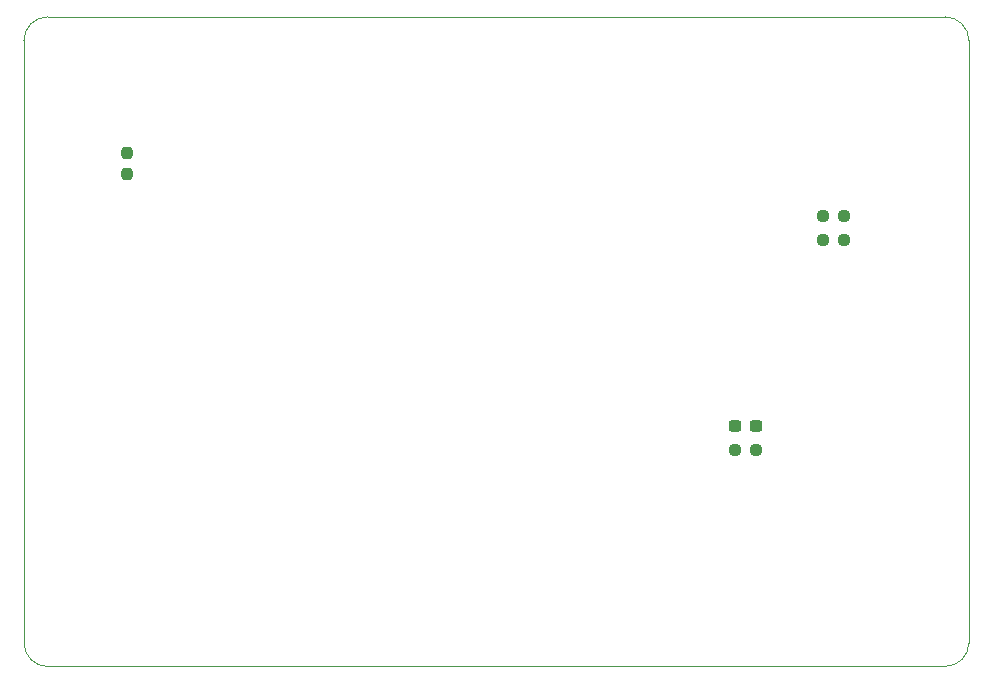
<source format=gbr>
%TF.GenerationSoftware,KiCad,Pcbnew,(5.99.0-10407-g1e8b23402c)*%
%TF.CreationDate,2021-04-27T17:36:10+08:00*%
%TF.ProjectId,PIC32MX150,50494333-324d-4583-9135-302e6b696361,rev?*%
%TF.SameCoordinates,Original*%
%TF.FileFunction,Paste,Bot*%
%TF.FilePolarity,Positive*%
%FSLAX46Y46*%
G04 Gerber Fmt 4.6, Leading zero omitted, Abs format (unit mm)*
G04 Created by KiCad (PCBNEW (5.99.0-10407-g1e8b23402c)) date 2021-04-27 17:36:10*
%MOMM*%
%LPD*%
G01*
G04 APERTURE LIST*
G04 Aperture macros list*
%AMRoundRect*
0 Rectangle with rounded corners*
0 $1 Rounding radius*
0 $2 $3 $4 $5 $6 $7 $8 $9 X,Y pos of 4 corners*
0 Add a 4 corners polygon primitive as box body*
4,1,4,$2,$3,$4,$5,$6,$7,$8,$9,$2,$3,0*
0 Add four circle primitives for the rounded corners*
1,1,$1+$1,$2,$3*
1,1,$1+$1,$4,$5*
1,1,$1+$1,$6,$7*
1,1,$1+$1,$8,$9*
0 Add four rect primitives between the rounded corners*
20,1,$1+$1,$2,$3,$4,$5,0*
20,1,$1+$1,$4,$5,$6,$7,0*
20,1,$1+$1,$6,$7,$8,$9,0*
20,1,$1+$1,$8,$9,$2,$3,0*%
G04 Aperture macros list end*
%TA.AperFunction,Profile*%
%ADD10C,0.050000*%
%TD*%
%ADD11RoundRect,0.237500X0.300000X0.237500X-0.300000X0.237500X-0.300000X-0.237500X0.300000X-0.237500X0*%
%ADD12RoundRect,0.237500X-0.250000X-0.237500X0.250000X-0.237500X0.250000X0.237500X-0.250000X0.237500X0*%
%ADD13RoundRect,0.237500X0.237500X-0.250000X0.237500X0.250000X-0.237500X0.250000X-0.237500X-0.250000X0*%
%ADD14RoundRect,0.237500X0.250000X0.237500X-0.250000X0.237500X-0.250000X-0.237500X0.250000X-0.237500X0*%
G04 APERTURE END LIST*
D10*
X118000000Y-40000000D02*
G75*
G02*
X120000000Y-42000000I0J-2000000D01*
G01*
X42000000Y-95000000D02*
G75*
G02*
X40000000Y-93000000I0J2000000D01*
G01*
X120000000Y-93000000D02*
G75*
G02*
X118000000Y-95000000I-2000000J0D01*
G01*
X42000000Y-95000000D02*
X118000000Y-95000000D01*
X40000000Y-42000000D02*
X40000000Y-93000000D01*
X40000000Y-42000000D02*
G75*
G02*
X42000000Y-40000000I2000000J0D01*
G01*
X118000000Y-40000000D02*
X42000000Y-40000000D01*
X120000000Y-93000000D02*
X120000000Y-42000000D01*
D11*
%TO.C,C7*%
X101954500Y-74676000D03*
X100229500Y-74676000D03*
%TD*%
D12*
%TO.C,R1*%
X100179500Y-76708000D03*
X102004500Y-76708000D03*
%TD*%
D13*
%TO.C,R7*%
X48768000Y-53340000D03*
X48768000Y-51515000D03*
%TD*%
D14*
%TO.C,R6*%
X109474000Y-56896000D03*
X107649000Y-56896000D03*
%TD*%
%TO.C,R8*%
X109474000Y-58928000D03*
X107649000Y-58928000D03*
%TD*%
M02*

</source>
